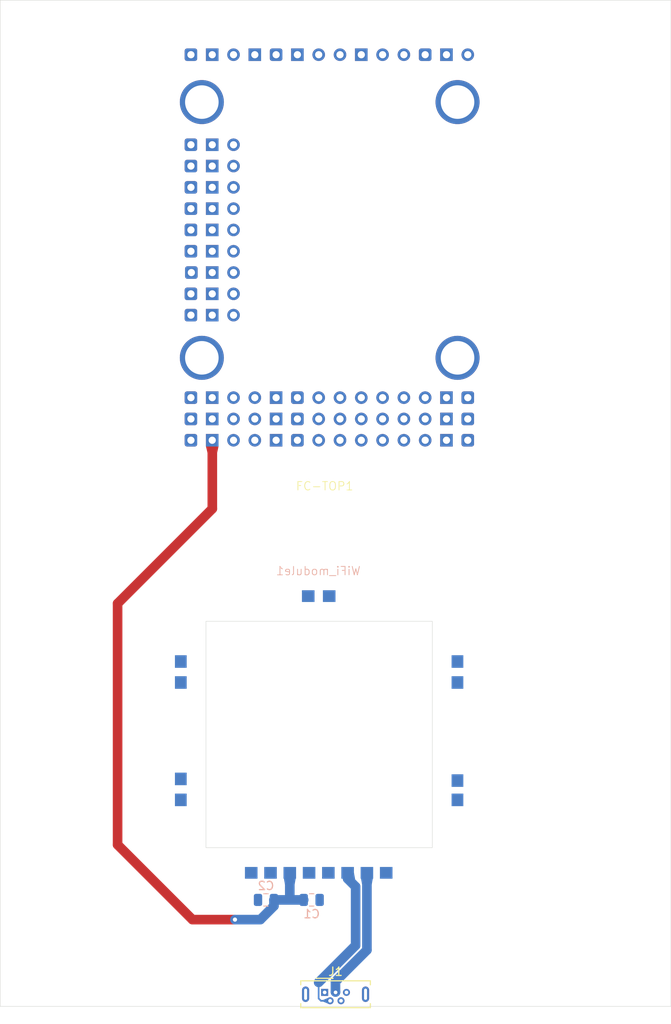
<source format=kicad_pcb>
(kicad_pcb (version 20241229) (generator "pcbnew") (generator_version "9.0")
  (layers (0 "F.Cu" signal) (2 "B.Cu" signal) (13 "F.Paste" user) (15 "B.Paste" user) (5 "F.SilkS" user "F.Silkscreen") (7 "B.SilkS" user "B.Silkscreen") (1 "F.Mask" user) (3 "B.Mask" user) (25 "Edge.Cuts" user))
  (net 0 "")
  (net 1 "GND")
  (net 2 "Net-(FC-TOP1-Tx3)")
  (net 5 "Net-(FC-TOP1-Rx2)")
  (net 6 "Net-(FC-TOP1-CL1-Pad65)")
  (net 10 "Net-(FC-TOP1-DA1-Pad64)")
  (net 11 "Net-(FC-TOP1-S5)")
  (net 13 "Net-(FC-TOP1-GND-Pad17)")
  (net 14 "Net-(FC-TOP1-S7)")
  (net 19 "Net-(FC-TOP1-GND-Pad18)")
  (net 22 "Net-(FC-TOP1-Vx-Pad25)")
  (net 23 "Net-(FC-TOP1-Vx-Pad27)")
  (net 29 "VCC-WiFi")
  (net 32 "Net-(FC-TOP1-Rx3)")
  (net 33 "VCC-Receiver")
  (net 37 "Net-(FC-TOP1-GND-Pad20)")
  (net 38 "Net-(FC-TOP1-GND-Pad16)")
  (net 42 "Net-(FC-TOP1-Rx4)")
  (net 48 "Net-(FC-TOP1-S6)")
  (net 49 "GND-Receiver")
  (net 50 "Net-(FC-TOP1-GND-Pad14)")
  (net 52 "Net-(FC-TOP1-Vx-Pad29)")
  (net 55 "Net-(FC-TOP1-Vx-Pad28)")
  (net 56 "Net-(FC-TOP1-S4)")
  (net 59 "GND-PDB")
  (net 64 "Net-(FC-TOP1-GND-Pad19)")
  (net 66 "Net-(FC-TOP1-S3)")
  (net 67 "GND-GPS&Compass")
  (net 68 "Net-(FC-TOP1-Tx2)")
  (net 71 "Net-(FC-TOP1-Vx-Pad26)")
  (net 73 "VCC-GPS&Compass")
  (net 77 "Net-(FC-TOP1-GND-Pad15)")
  (net 79 "Net-(FC-TOP1-S1)")
  (net 80 "Net-(FC-TOP1-S2)")
  (net 81 "VCC-PDB")
  (net 85 "Net-(J1-D-)")
  (net 86 "Net-(J1-D+)")
  (net 92 "GND-WiFi")
  (footprint "Flight_Controller_Top:H743-WING_TOP" (layer "F.Cu") (at 121.7 44.9)
    (property "Reference" "FC-TOP1" (at 17.4 53.05 0) (layer "F.SilkS") (effects (font (thickness 0.1))))
    (property "Value" "~" (hide yes))
    (pad "1" thru_hole circle (at 34.47 1.6 90) (size 1.5 1.5) (drill 0.86) (layers "*.Cu" "*.Mask"))
    (pad "2" thru_hole rect (at 31.93 1.6 90) (size 1.5 1.5) (drill 0.86) (layers "*.Cu" "*.Mask"))
    (pad "3" thru_hole roundrect (at 29.39 1.6 90) (size 1.5 1.5) (drill 0.86) (layers "*.Cu" "*.Mask") (roundrect_rratio 0.1923076923))
    (pad "4" thru_hole circle (at 26.85 1.6 90) (size 1.5 1.5) (drill 0.86) (layers "*.Cu" "*.Mask"))
    (pad "5" thru_hole circle (at 24.31 1.6 90) (size 1.5 1.5) (drill 0.86) (layers "*.Cu" "*.Mask"))
    (pad "6" thru_hole rect (at 21.77 1.6 90) (size 1.5 1.5) (drill 0.86) (layers "*.Cu" "*.Mask"))
    (pad "7" thru_hole circle (at 19.23 1.6 90) (size 1.5 1.5) (drill 0.86) (layers "*.Cu" "*.Mask"))
    (pad "8" thru_hole circle (at 16.69 1.6 90) (size 1.5 1.5) (drill 0.86) (layers "*.Cu" "*.Mask"))
    (pad "9" thru_hole rect (at 14.15 1.6 90) (size 1.5 1.5) (drill 0.86) (layers "*.Cu" "*.Mask"))
    (pad "10" thru_hole roundrect (at 11.61 1.6 90) (size 1.5 1.5) (drill 0.86) (layers "*.Cu" "*.Mask") (roundrect_rratio 0.1923076923) (net 59 "GND-PDB"))
    (pad "11" thru_hole rect (at 9.07 1.6 90) (size 1.5 1.5) (drill 0.86) (layers "*.Cu" "*.Mask") (net 81 "VCC-PDB"))
    (pad "12" thru_hole circle (at 6.53 1.6 90) (size 1.5 1.5) (drill 0.86) (layers "*.Cu" "*.Mask") (net 79 "Net-(FC-TOP1-S1)"))
    (pad "13" thru_hole rect (at 3.99 1.6 90) (size 1.5 1.5) (drill 0.86) (layers "*.Cu" "*.Mask"))
    (pad "14" thru_hole roundrect (at 1.45 1.6 90) (size 1.5 1.5) (drill 0.86) (layers "*.Cu" "*.Mask") (roundrect_rratio 0.1923076923) (net 50 "Net-(FC-TOP1-GND-Pad14)"))
    (pad "15" thru_hole roundrect (at 1.45 12.34 90) (size 1.5 1.5) (drill 0.86) (layers "*.Cu" "*.Mask") (roundrect_rratio 0.1923076923) (net 77 "Net-(FC-TOP1-GND-Pad15)"))
    (pad "16" thru_hole roundrect (at 1.45 14.88 90) (size 1.5 1.5) (drill 0.86) (layers "*.Cu" "*.Mask") (roundrect_rratio 0.1923076923) (net 38 "Net-(FC-TOP1-GND-Pad16)"))
    (pad "17" thru_hole roundrect (at 1.45 17.42 90) (size 1.5 1.5) (drill 0.86) (layers "*.Cu" "*.Mask") (roundrect_rratio 0.1923076923) (net 13 "Net-(FC-TOP1-GND-Pad17)"))
    (pad "18" thru_hole roundrect (at 1.45 19.96 90) (size 1.5 1.5) (drill 0.86) (layers "*.Cu" "*.Mask") (roundrect_rratio 0.1923076923) (net 19 "Net-(FC-TOP1-GND-Pad18)"))
    (pad "19" thru_hole roundrect (at 1.45 22.5 90) (size 1.5 1.5) (drill 0.86) (layers "*.Cu" "*.Mask") (roundrect_rratio 0.1923076923) (net 64 "Net-(FC-TOP1-GND-Pad19)"))
    (pad "20" thru_hole roundrect (at 1.45 25.04 90) (size 1.5 1.5) (drill 0.86) (layers "*.Cu" "*.Mask") (roundrect_rratio 0.1923076923) (net 37 "Net-(FC-TOP1-GND-Pad20)"))
    (pad "21" thru_hole roundrect (at 1.5 27.58 90) (size 1.5 1.5) (drill 0.86) (layers "*.Cu" "*.Mask") (roundrect_rratio 0.1923076923))
    (pad "22" thru_hole roundrect (at 1.45 30.12 90) (size 1.5 1.5) (drill 0.86) (layers "*.Cu" "*.Mask") (roundrect_rratio 0.1923076923))
    (pad "23" thru_hole roundrect (at 1.45 32.66 90) (size 1.5 1.5) (drill 0.86) (layers "*.Cu" "*.Mask") (roundrect_rratio 0.1923076923) (net 49 "GND-Receiver"))
    (pad "24" thru_hole rect (at 3.99 12.34 90) (size 1.5 1.5) (drill 0.86) (layers "*.Cu" "*.Mask"))
    (pad "25" thru_hole rect (at 3.99 14.88 90) (size 1.5 1.5) (drill 0.86) (layers "*.Cu" "*.Mask") (net 22 "Net-(FC-TOP1-Vx-Pad25)"))
    (pad "26" thru_hole rect (at 3.99 17.42 90) (size 1.5 1.5) (drill 0.86) (layers "*.Cu" "*.Mask") (net 71 "Net-(FC-TOP1-Vx-Pad26)"))
    (pad "27" thru_hole rect (at 3.99 19.96 90) (size 1.5 1.5) (drill 0.86) (layers "*.Cu" "*.Mask") (net 23 "Net-(FC-TOP1-Vx-Pad27)"))
    (pad "28" thru_hole rect (at 3.99 22.5 90) (size 1.5 1.5) (drill 0.86) (layers "*.Cu" "*.Mask") (net 55 "Net-(FC-TOP1-Vx-Pad28)"))
    (pad "29" thru_hole rect (at 3.99 25.04 90) (size 1.5 1.5) (drill 0.86) (layers "*.Cu" "*.Mask") (net 52 "Net-(FC-TOP1-Vx-Pad29)"))
    (pad "30" thru_hole rect (at 3.99 27.58 90) (size 1.5 1.5) (drill 0.86) (layers "*.Cu" "*.Mask"))
    (pad "31" thru_hole rect (at 3.99 30.12 90) (size 1.5 1.5) (drill 0.86) (layers "*.Cu" "*.Mask"))
    (pad "32" thru_hole rect (at 3.99 32.66 90) (size 1.5 1.5) (drill 0.86) (layers "*.Cu" "*.Mask") (net 33 "VCC-Receiver"))
    (pad "33" thru_hole circle (at 6.53 12.34 90) (size 1.5 1.5) (drill 0.86) (layers "*.Cu" "*.Mask") (net 80 "Net-(FC-TOP1-S2)"))
    (pad "34" thru_hole circle (at 6.53 14.88 90) (size 1.5 1.5) (drill 0.86) (layers "*.Cu" "*.Mask") (net 66 "Net-(FC-TOP1-S3)"))
    (pad "35" thru_hole circle (at 6.53 17.42 90) (size 1.5 1.5) (drill 0.86) (layers "*.Cu" "*.Mask") (net 56 "Net-(FC-TOP1-S4)"))
    (pad "36" thru_hole circle (at 6.53 19.96 90) (size 1.5 1.5) (drill 0.86) (layers "*.Cu" "*.Mask") (net 11 "Net-(FC-TOP1-S5)"))
    (pad "37" thru_hole circle (at 6.53 22.5 90) (size 1.5 1.5) (drill 0.86) (layers "*.Cu" "*.Mask") (net 48 "Net-(FC-TOP1-S6)"))
    (pad "38" thru_hole circle (at 6.53 25.04 90) (size 1.5 1.5) (drill 0.86) (layers "*.Cu" "*.Mask") (net 14 "Net-(FC-TOP1-S7)"))
    (pad "39" thru_hole circle (at 6.53 27.58 90) (size 1.5 1.5) (drill 0.86) (layers "*.Cu" "*.Mask"))
    (pad "40" thru_hole circle (at 6.53 30.12 90) (size 1.5 1.5) (drill 0.86) (layers "*.Cu" "*.Mask"))
    (pad "41" thru_hole circle (at 6.53 32.66 90) (size 1.5 1.5) (drill 0.86) (layers "*.Cu" "*.Mask"))
    (pad "42" thru_hole roundrect (at 1.45 42.5 90) (size 1.5 1.5) (drill 0.86) (layers "*.Cu" "*.Mask") (roundrect_rratio 0.1923076923))
    (pad "43" thru_hole rect (at 3.99 42.5 90) (size 1.5 1.5) (drill 0.86) (layers "*.Cu" "*.Mask"))
    (pad "44" thru_hole circle (at 6.53 42.5 90) (size 1.5 1.5) (drill 0.86) (layers "*.Cu" "*.Mask"))
    (pad "45" thru_hole circle (at 9.07 42.5 90) (size 1.5 1.5) (drill 0.86) (layers "*.Cu" "*.Mask"))
    (pad "46" thru_hole rect (at 11.61 42.5 90) (size 1.5 1.5) (drill 0.86) (layers "*.Cu" "*.Mask"))
    (pad "47" thru_hole roundrect (at 14.15 42.5 90) (size 1.5 1.5) (drill 0.86) (layers "*.Cu" "*.Mask") (roundrect_rratio 0.1923076923))
    (pad "48" thru_hole circle (at 16.69 42.5 90) (size 1.5 1.5) (drill 0.86) (layers "*.Cu" "*.Mask"))
    (pad "49" thru_hole circle (at 19.23 42.5 90) (size 1.5 1.5) (drill 0.86) (layers "*.Cu" "*.Mask"))
    (pad "50" thru_hole circle (at 21.77 42.5 90) (size 1.5 1.5) (drill 0.86) (layers "*.Cu" "*.Mask"))
    (pad "51" thru_hole circle (at 24.31 42.5 90) (size 1.5 1.5) (drill 0.86) (layers "*.Cu" "*.Mask"))
    (pad "52" thru_hole circle (at 26.85 42.5 90) (size 1.5 1.5) (drill 0.86) (layers "*.Cu" "*.Mask"))
    (pad "53" thru_hole circle (at 29.39 42.5 90) (size 1.5 1.5) (drill 0.86) (layers "*.Cu" "*.Mask"))
    (pad "54" thru_hole rect (at 31.93 42.5 90) (size 1.5 1.5) (drill 0.86) (layers "*.Cu" "*.Mask"))
    (pad "55" thru_hole roundrect (at 34.47 42.5 90) (size 1.5 1.5) (drill 0.86) (layers "*.Cu" "*.Mask") (roundrect_rratio 0.1923076923))
    (pad "56" thru_hole roundrect (at 1.45 45.04 90) (size 1.5 1.5) (drill 0.86) (layers "*.Cu" "*.Mask") (roundrect_rratio 0.1923076923))
    (pad "57" thru_hole rect (at 3.99 45.04 90) (size 1.5 1.5) (drill 0.86) (layers "*.Cu" "*.Mask"))
    (pad "58" thru_hole circle (at 6.53 45.04 90) (size 1.5 1.5) (drill 0.86) (layers "*.Cu" "*.Mask"))
    (pad "59" thru_hole circle (at 9.07 45.04 90) (size 1.5 1.5) (drill 0.86) (layers "*.Cu" "*.Mask"))
    (pad "60" thru_hole rect (at 11.61 45.04 90) (size 1.5 1.5) (drill 0.86) (layers "*.Cu" "*.Mask"))
    (pad "61" thru_hole roundrect (at 14.15 45.04 90) (size 1.5 1.5) (drill 0.86) (layers "*.Cu" "*.Mask") (roundrect_rratio 0.1923076923))
    (pad "62" thru_hole circle (at 16.69 45.04 90) (size 1.5 1.5) (drill 0.86) (layers "*.Cu" "*.Mask"))
    (pad "63" thru_hole circle (at 19.23 45.04 90) (size 1.5 1.5) (drill 0.86) (layers "*.Cu" "*.Mask"))
    (pad "64" thru_hole circle (at 21.77 45.04 90) (size 1.5 1.5) (drill 0.86) (layers "*.Cu" "*.Mask") (net 10 "Net-(FC-TOP1-DA1-Pad64)"))
    (pad "65" thru_hole circle (at 24.31 45.04 90) (size 1.5 1.5) (drill 0.86) (layers "*.Cu" "*.Mask") (net 6 "Net-(FC-TOP1-CL1-Pad65)"))
    (pad "66" thru_hole circle (at 26.85 45.04 90) (size 1.5 1.5) (drill 0.86) (layers "*.Cu" "*.Mask") (net 68 "Net-(FC-TOP1-Tx2)"))
    (pad "67" thru_hole circle (at 29.39 45.04 90) (size 1.5 1.5) (drill 0.86) (layers "*.Cu" "*.Mask") (net 5 "Net-(FC-TOP1-Rx2)"))
    (pad "68" thru_hole rect (at 31.93 45.04 90) (size 1.5 1.5) (drill 0.86) (layers "*.Cu" "*.Mask"))
    (pad "69" thru_hole roundrect (at 34.47 45.04 90) (size 1.5 1.5) (drill 0.86) (layers "*.Cu" "*.Mask") (roundrect_rratio 0.1923076923))
    (pad "70" thru_hole roundrect (at 1.45 47.58 90) (size 1.5 1.5) (drill 0.86) (layers "*.Cu" "*.Mask") (roundrect_rratio 0.1923076923) (net 92 "GND-WiFi"))
    (pad "71" thru_hole rect (at 3.99 47.58 90) (size 1.5 1.5) (drill 0.86) (layers "*.Cu" "*.Mask") (net 29 "VCC-WiFi"))
    (pad "72" thru_hole circle (at 6.53 47.58 90) (size 1.5 1.5) (drill 0.86) (layers "*.Cu" "*.Mask"))
    (pad "73" thru_hole circle (at 9.07 47.58 90) (size 1.5 1.5) (drill 0.86) (layers "*.Cu" "*.Mask"))
    (pad "74" thru_hole rect (at 11.61 47.58 90) (size 1.5 1.5) (drill 0.86) (layers "*.Cu" "*.Mask"))
    (pad "75" thru_hole roundrect (at 14.15 47.58 90) (size 1.5 1.5) (drill 0.86) (layers "*.Cu" "*.Mask") (roundrect_rratio 0.1923076923))
    (pad "76" thru_hole circle (at 16.69 47.58 90) (size 1.5 1.5) (drill 0.86) (layers "*.Cu" "*.Mask") (net 2 "Net-(FC-TOP1-Tx3)"))
    (pad "77" thru_hole circle (at 19.23 47.58 90) (size 1.5 1.5) (drill 0.86) (layers "*.Cu" "*.Mask") (net 32 "Net-(FC-TOP1-Rx3)"))
    (pad "78" thru_hole circle (at 21.77 47.58 90) (size 1.5 1.5) (drill 0.86) (layers "*.Cu" "*.Mask"))
    (pad "79" thru_hole circle (at 24.31 47.58 90) (size 1.5 1.5) (drill 0.86) (layers "*.Cu" "*.Mask") (net 42 "Net-(FC-TOP1-Rx4)"))
    (pad "80" thru_hole circle (at 26.85 47.58 90) (size 1.5 1.5) (drill 0.86) (layers "*.Cu" "*.Mask"))
    (pad "81" thru_hole circle (at 29.39 47.58 90) (size 1.5 1.5) (drill 0.86) (layers "*.Cu" "*.Mask"))
    (pad "82" thru_hole rect (at 31.93 47.58 90) (size 1.5 1.5) (drill 0.86) (layers "*.Cu" "*.Mask") (net 73 "VCC-GPS&Compass"))
    (pad "83" thru_hole roundrect (at 34.47 47.58 90) (size 1.5 1.5) (drill 0.86) (layers "*.Cu" "*.Mask") (roundrect_rratio 0.1923076923) (net 67 "GND-GPS&Compass"))
    (pad "84" thru_hole circle (at 2.75 7.25 90) (size 5.25 5.25) (drill 4) (layers "*.Cu" "*.Mask"))
    (pad "85" thru_hole circle (at 2.75 37.75 90) (size 5.25 5.25) (drill 4) (layers "*.Cu" "*.Mask"))
    (pad "86" thru_hole circle (at 33.25 7.25 90) (size 5.25 5.25) (drill 4) (layers "*.Cu" "*.Mask"))
    (pad "87" thru_hole circle (at 33.25 37.75 90) (size 5.25 5.25) (drill 4) (layers "*.Cu" "*.Mask"))
  )
  (footprint "Connector_USB:USB_Micro-B_Wuerth_614105150721_Vertical" (layer "F.Cu") (at 139.1 158.33)
    (property "Reference" "J1" (at 1.3 -2.48 0) (layer "F.SilkS"))
    (property "Value" "USB_B_Micro")
    (fp_line (start -2.85 -1.38) (end 5.45 -1.38) (stroke (width 0.15)) (layer "F.SilkS"))
    (fp_line (start -2.85 -0.905) (end -2.85 -1.38) (stroke (width 0.15)) (layer "F.SilkS"))
    (fp_line (start -2.85 1.345) (end -2.85 1.82) (stroke (width 0.15)) (layer "F.SilkS"))
    (fp_line (start -2.85 1.82) (end 5.45 1.82) (stroke (width 0.15)) (layer "F.SilkS"))
    (fp_line (start -1 -1.68) (end 1 -1.68) (stroke (width 0.15)) (layer "F.SilkS"))
    (fp_line (start 5.45 -1.38) (end 5.45 -0.905) (stroke (width 0.15)) (layer "F.SilkS"))
    (fp_line (start 5.45 1.82) (end 5.45 1.345) (stroke (width 0.15)) (layer "F.SilkS"))
    (pad "1" thru_hole rect (at 0 0) (size 0.84 0.84) (drill 0.44) (layers "*.Cu" "*.Mask"))
    (pad "2" thru_hole circle (at 0.65 1) (size 0.84 0.84) (drill 0.44) (layers "*.Cu" "*.Mask") (net 85 "Net-(J1-D-)"))
    (pad "3" thru_hole circle (at 1.3 0) (size 0.84 0.84) (drill 0.44) (layers "*.Cu" "*.Mask") (net 86 "Net-(J1-D+)"))
    (pad "4" thru_hole circle (at 1.95 1) (size 0.84 0.84) (drill 0.44) (layers "*.Cu" "*.Mask"))
    (pad "5" thru_hole circle (at 2.6 0) (size 0.84 0.84) (drill 0.44) (layers "*.Cu" "*.Mask") (net 1 "GND"))
    (pad "6" thru_hole oval (at -2.275 0.22) (size 0.85 1.85) (drill oval 0.35 1.35) (layers "*.Cu" "*.Mask"))
    (pad "6" thru_hole oval (at 4.875 0.22) (size 0.85 1.85) (drill oval 0.35 1.35) (layers "*.Cu" "*.Mask"))
  )
  (footprint "BL-M8812EU2:BL-M8812EU2" (layer "B.Cu") (at 154.44 111.57 180)
    (property "Reference" "WiFi_module1" (at 16.1 3.5 0) (layer "B.SilkS") (effects (font (thickness 0.1)) (justify mirror)))
    (property "Value" "~" (hide yes))
    (fp_rect (start 2.5 -2.5) (end 29.5 -29.5) (stroke (width 0.05)) (fill no) (layer "Edge.Cuts"))
    (pad "1" smd rect (at 8 -32.5 270) (size 1.4 1.5) (layers "B.Cu" "B.Mask" "B.Paste") (net 1 "GND"))
    (pad "2" smd rect (at 10.3 -32.5 270) (size 1.4 1.5) (layers "B.Cu" "B.Mask" "B.Paste") (net 86 "Net-(J1-D+)"))
    (pad "3" smd rect (at 12.6 -32.5 270) (size 1.4 1.5) (layers "B.Cu" "B.Mask" "B.Paste") (net 85 "Net-(J1-D-)"))
    (pad "4" smd rect (at 14.9 -32.5 270) (size 1.4 1.5) (layers "B.Cu" "B.Mask" "B.Paste") (net 1 "GND"))
    (pad "5" smd rect (at 17.2 -32.5 270) (size 1.4 1.5) (layers "B.Cu" "B.Mask" "B.Paste"))
    (pad "6" smd rect (at 19.5 -32.5 270) (size 1.4 1.5) (layers "B.Cu" "B.Mask" "B.Paste") (net 29 "VCC-WiFi"))
    (pad "7" smd rect (at 21.8 -32.5 270) (size 1.4 1.5) (layers "B.Cu" "B.Mask" "B.Paste"))
    (pad "8" smd rect (at 24.1 -32.5 270) (size 1.4 1.5) (layers "B.Cu" "B.Mask" "B.Paste") (net 1 "GND"))
    (pad "9" smd rect (at 32.5 -23.8) (size 1.4 1.5) (layers "B.Cu" "B.Mask" "B.Paste") (net 1 "GND"))
    (pad "10" smd rect (at 32.5 -21.3) (size 1.4 1.5) (layers "B.Cu" "B.Mask" "B.Paste") (net 1 "GND"))
    (pad "11" smd rect (at 32.5 -9.8) (size 1.4 1.5) (layers "B.Cu" "B.Mask" "B.Paste") (net 1 "GND"))
    (pad "12" smd rect (at 32.5 -7.3) (size 1.4 1.5) (layers "B.Cu" "B.Mask" "B.Paste") (net 1 "GND"))
    (pad "13" smd rect (at 17.3 0.5 90) (size 1.4 1.5) (layers "B.Cu" "B.Mask" "B.Paste") (net 1 "GND"))
    (pad "14" smd rect (at 14.8 0.5 90) (size 1.4 1.5) (layers "B.Cu" "B.Mask" "B.Paste") (net 1 "GND"))
    (pad "15" smd rect (at -0.5 -7.3 180) (size 1.4 1.5) (layers "B.Cu" "B.Mask" "B.Paste") (net 1 "GND"))
    (pad "16" smd rect (at -0.5 -9.8 180) (size 1.4 1.5) (layers "B.Cu" "B.Mask" "B.Paste") (net 1 "GND"))
    (pad "17" smd rect (at -0.5 -21.5 180) (size 1.4 1.5) (layers "B.Cu" "B.Mask" "B.Paste") (net 1 "GND"))
    (pad "18" smd rect (at -0.5 -23.8 180) (size 1.4 1.5) (layers "B.Cu" "B.Mask" "B.Paste") (net 1 "GND"))
  )
  (footprint "Capacitor_SMD:C_0805_2012Metric" (layer "B.Cu") (at 137.55 147.3)
    (property "Reference" "C1" (at 0 1.68 0) (layer "B.SilkS") (effects (justify mirror)))
    (property "Value" "C")
    (fp_line (start -0.261252 -0.735) (end 0.261252 -0.735) (stroke (width 0.12)) (layer "B.SilkS"))
    (fp_line (start -0.261252 0.735) (end 0.261252 0.735) (stroke (width 0.12)) (layer "B.SilkS"))
    (pad "1" smd roundrect (at -0.95 0) (size 1 1.45) (layers "B.Cu" "B.Mask" "B.Paste") (net 29 "VCC-WiFi"))
    (pad "2" smd roundrect (at 0.95 0) (size 1 1.45) (layers "B.Cu" "B.Mask" "B.Paste") (net 92 "GND-WiFi"))
  )
  (footprint "Capacitor_SMD:C_0805_2012Metric" (layer "B.Cu") (at 132.1 147.3 180)
    (property "Reference" "C2" (at 0 1.68 0) (layer "B.SilkS") (effects (justify mirror)))
    (property "Value" "C")
    (fp_line (start -0.261252 0.735) (end 0.261252 0.735) (stroke (width 0.12)) (layer "B.SilkS"))
    (fp_line (start -0.261252 -0.735) (end 0.261252 -0.735) (stroke (width 0.12)) (layer "B.SilkS"))
    (pad "1" smd roundrect (at -0.95 0 180) (size 1 1.45) (layers "B.Cu" "B.Mask" "B.Paste") (net 29 "VCC-WiFi"))
    (pad "2" smd roundrect (at 0.95 0 180) (size 1 1.45) (layers "B.Cu" "B.Mask" "B.Paste") (net 92 "GND-WiFi"))
  )
  (gr_rect (start 100.4 40) (end 180.4 160) (stroke (width 0.05)) (fill no) (layer "Edge.Cuts"))
  (segment (start 114.4 111.95) (end 114.4 140.72) (width 1.1469) (layer "F.Cu") (net 29))
  (segment (start 125.7 100.65) (end 114.4 111.95) (width 1.1469) (layer "F.Cu") (net 29))
  (segment (start 125.7 92.48) (end 125.7 100.65) (width 1.1469) (layer "F.Cu") (net 29))
  (segment (start 114.4 140.72) (end 123.33 149.65) (width 1.1469) (layer "F.Cu") (net 29))
  (segment (start 123.33 149.65) (end 128.4 149.65) (width 1.1469) (layer "F.Cu") (net 29))
  (via (at 128.4 149.65) (size 1) (drill 0.5) (layers "F.Cu" "B.Cu") (net 29))
  (segment (start 133.05 148.025) (end 133.05 147.3) (width 1.1469) (layer "B.Cu") (net 29))
  (segment (start 134.95 147.3) (end 136.6 147.3) (width 1.1469) (layer "B.Cu") (net 29))
  (segment (start 131.425 149.65) (end 133.05 148.025) (width 1.1469) (layer "B.Cu") (net 29))
  (segment (start 133.05 147.3) (end 134.95 147.3) (width 1.1469) (layer "B.Cu") (net 29))
  (segment (start 128.4 149.65) (end 131.425 149.65) (width 1.1469) (layer "B.Cu") (net 29))
  (segment (start 134.94 144.07) (end 134.94 147.29) (width 1.1469) (layer "B.Cu") (net 29))
  (segment (start 134.94 147.29) (end 134.95 147.3) (width 1.1469) (layer "B.Cu") (net 29))
  (segment (start 141.84 144.7689) (end 142.7921 145.721) (width 1.1469) (layer "B.Cu") (net 85))
  (segment (start 138.658 159.33) (end 138.38 159.052) (width 0.2) (layer "B.Cu") (net 85))
  (segment (start 142.7921 145.721) (end 142.7921 152.72345) (width 1.1469) (layer "B.Cu") (net 85))
  (segment (start 142.7921 152.72345) (end 138.38 157.13555) (width 1.1469) (layer "B.Cu") (net 85))
  (segment (start 141.84 144.07) (end 141.84 144.7689) (width 1.1469) (layer "B.Cu") (net 85))
  (segment (start 138.38 159.052) (end 138.38 157.42) (width 0.2) (layer "B.Cu") (net 85))
  (segment (start 138.658 159.33) (end 139.75 159.33) (width 0.2) (layer "B.Cu") (net 85))
  (segment (start 140.39 157.031768) (end 140.39 158.280792) (width 1.1469) (layer "B.Cu") (net 86))
  (segment (start 144.14 144.07) (end 144.139999 153.281769) (width 1.1469) (layer "B.Cu") (net 86))
  (segment (start 140.39 158.280792) (end 140.4 158.290792) (width 1.1469) (layer "B.Cu") (net 86))
  (segment (start 144.139999 153.281769) (end 140.39 157.031768) (width 1.1469) (layer "B.Cu") (net 86))
)
</source>
